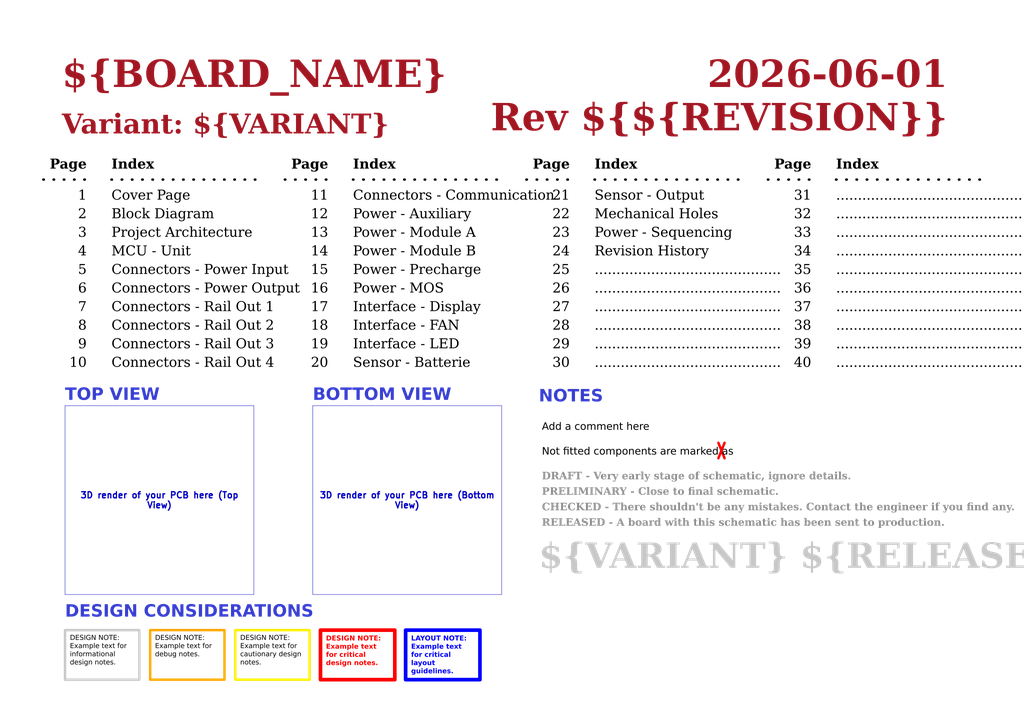
<source format=kicad_sch>
(kicad_sch (version 20230121) (generator eeschema)
  (paper "A3")
  (title_block (title "Cover Page") (date "Last Modified Date") (rev "${REVISION}") (company "${COMPANY}"))
  (lib_symbols)
  (polyline (pts (xy 215.9 73.66) (xy 233.68 73.66)) (stroke (width 1) (type dot) (color 0 0 0 1)))
  (polyline (pts (xy 297.18 181.61) (xy 294.64 187.96)) (stroke (width 1) (color 255 0 0 1)))
  (polyline (pts (xy 45.72 73.66) (xy 106.68 73.66)) (stroke (width 1) (type dot) (color 0 0 0 1)))
  (polyline (pts (xy 342.9 73.66) (xy 403.86 73.66)) (stroke (width 1) (type dot) (color 0 0 0 1)))
  (polyline (pts (xy 243.84 73.66) (xy 304.8 73.66)) (stroke (width 1) (type dot) (color 0 0 0 1)))
  (polyline (pts (xy 116.84 73.66) (xy 134.62 73.66)) (stroke (width 1) (type dot) (color 0 0 0 1)))
  (polyline (pts (xy 17.78 73.66) (xy 35.56 73.66)) (stroke (width 1) (type dot) (color 0 0 0 1)))
  (polyline (pts (xy 294.64 181.61) (xy 297.18 187.96)) (stroke (width 1) (color 255 0 0 1)))
  (polyline (pts (xy 144.78 73.66) (xy 205.74 73.66)) (stroke (width 1) (type dot) (color 0 0 0 1)))
  (polyline (pts (xy 314.96 73.66) (xy 332.74 73.66)) (stroke (width 1) (type dot) (color 0 0 0 1)))
  (text_box "3D render of your PCB here (Bottom View)" (at 128.27 166.37 0) (size 77.47 77.47) (effects (font (size 2.54 2.54) (thickness 0.508) bold)))
  (text_box "3D render of your PCB here (Top View)" (at 26.67 166.37 0) (size 77.47 77.47) (effects (font (size 2.54 2.54) (thickness 0.508) bold)))
  (text_box "Metadata can be set in File → Schematic Setup → Project → Text Variables" (at 8.89 300.99 0) (size 119.38 6.35) (stroke (width -0.0001)) (effects (font (size 2.54 2.54) (thickness 0.381) bold) (justify right top)))
  (text_box "DESIGN NOTE:\nExample text for informational design notes." (at 26.67 258.445 0) (size 30.48 20.32) (stroke (width 1) (color 200 200 200 1)) (effects (font (size 2 2)) (justify left top)))
  (text_box "LAYOUT NOTE:\nExample text for critical layout guidelines." (at 166.37 258.445 0) (size 30.48 20.32) (stroke (width 1.5) (color 0 0 255 1)) (effects (font (size 2 2) (thickness 0.4) bold) (justify left top)))
  (text_box "DESIGN NOTE:\nExample text for cautionary design notes." (at 96.52 258.445 0) (size 30.48 20.32) (stroke (width 1) (color 250 236 0 1)) (effects (font (size 2 2)) (justify left top)))
  (text_box "DESIGN NOTE:\nExample text for debug notes." (at 61.595 258.445 0) (size 30.48 20.32) (stroke (width 1) (color 255 165 0 1)) (effects (font (size 2 2)) (justify left top)))
  (text_box "DESIGN NOTE:\nExample text for critical design notes." (at 131.445 258.445 0) (size 30.48 20.32) (stroke (width 1.5) (color 255 0 0 1)) (effects (font (size 2 2) (thickness 0.4) bold) (justify left top)))
  (text "9" (at 35.56 144.78 0) (effects (font (size 4 4)) (justify right bottom)))
  (text "BOTTOM VIEW" (at 128.27 166.37 0) (effects (font (size 5 5) bold) (justify left bottom)))
  (text "Power - Sequencing" (at 243.84 99.06 0) (effects (font (size 4 4)) (justify left bottom)))
  (text "13" (at 134.62 99.06 0) (effects (font (size 4 4)) (justify right bottom)))
  (text "RELEASED - A board with this schematic has been sent to production." (at 222.25 217.17 0) (effects (font (size 3 3) (thickness 0.6) bold) (justify left bottom)))
  (text "Page" (at 332.74 71.12 0) (effects (font (size 4 4) bold) (justify right bottom)))
  (text "TOP VIEW" (at 26.67 166.37 0) (effects (font (size 5 5) bold) (justify left bottom)))
  (text "3" (at 35.56 99.06 0) (effects (font (size 4 4)) (justify right bottom)))
  (text "38" (at 332.74 137.16 0) (effects (font (size 4 4)) (justify right bottom)))
  (text "Connectors - Rail Out 4\n" (at 45.72 152.4 0) (effects (font (size 4 4)) (justify left bottom)))
  (text "Connectors - Rail Out 3" (at 45.72 144.78 0) (effects (font (size 4 4)) (justify left bottom)))
  (text "Connectors - Rail Out 2\n" (at 45.72 137.16 0) (effects (font (size 4 4)) (justify left bottom)))
  (text "Power - MOS" (at 144.78 121.92 0) (effects (font (size 4 4)) (justify left bottom)))
  (text "1" (at 35.56 83.82 0) (effects (font (size 4 4)) (justify right bottom)))
  (text "Not fitted components are marked as" (at 222.25 187.96 0) (effects (font (size 3 3)) (justify left bottom)))
  (text "..........................................." (at 243.84 152.4 0) (effects (font (size 4 4)) (justify left bottom)))
  (text "Index" (at 45.72 71.12 0) (effects (font (size 4 4) bold) (justify left bottom)))
  (text "Power - Module A" (at 144.78 99.06 0) (effects (font (size 4 4)) (justify left bottom)))
  (text "Index" (at 144.78 71.12 0) (effects (font (size 4 4) bold) (justify left bottom)))
  (text "27" (at 233.68 129.54 0) (effects (font (size 4 4)) (justify right bottom)))
  (text "15" (at 134.62 114.3 0) (effects (font (size 4 4)) (justify right bottom)))
  (text "6" (at 35.56 121.92 0) (effects (font (size 4 4)) (justify right bottom)))
  (text "PRELIMINARY - Close to final schematic." (at 222.25 204.47 0) (effects (font (size 3 3) (thickness 0.6) bold) (justify left bottom)))
  (text "24" (at 233.68 106.68 0) (effects (font (size 4 4)) (justify right bottom)))
  (text "${VARIANT} ${RELEASE_DATE}" (at 220.98 237.49 0) (effects (font (size 10.16 10.16) (thickness 0.6) bold) (justify left bottom)))
  (text "Page" (at 35.56 71.12 0) (effects (font (size 4 4) bold) (justify right bottom)))
  (text "MCU - Unit" (at 45.72 106.68 0) (effects (font (size 4 4)) (justify left bottom)))
  (text "..........................................." (at 243.84 129.54 0) (effects (font (size 4 4)) (justify left bottom)))
  (text "8" (at 35.56 137.16 0) (effects (font (size 4 4)) (justify right bottom)))
  (text "14" (at 134.62 106.68 0) (effects (font (size 4 4)) (justify right bottom)))
  (text "..........................................." (at 342.9 137.16 0) (effects (font (size 4 4)) (justify left bottom)))
  (text "..........................................." (at 342.9 152.4 0) (effects (font (size 4 4)) (justify left bottom)))
  (text "23" (at 233.68 99.06 0) (effects (font (size 4 4)) (justify right bottom)))
  (text "Index" (at 243.84 71.12 0) (effects (font (size 4 4) bold) (justify left bottom)))
  (text "..........................................." (at 342.9 91.44 0) (effects (font (size 4 4)) (justify left bottom)))
  (text "5" (at 35.56 114.3 0) (effects (font (size 4 4)) (justify right bottom)))
  (text "${CURRENT_DATE}" (at 388.62 40.64 0) (effects (font (size 11 11) (thickness 1) bold) (justify right bottom)))
  (text "26" (at 233.68 121.92 0) (effects (font (size 4 4)) (justify right bottom)))
  (text "16" (at 134.62 121.92 0) (effects (font (size 4 4)) (justify right bottom)))
  (text "10" (at 35.56 152.4 0) (effects (font (size 4 4)) (justify right bottom)))
  (text "35" (at 332.74 114.3 0) (effects (font (size 4 4)) (justify right bottom)))
  (text "18" (at 134.62 137.16 0) (effects (font (size 4 4)) (justify right bottom)))
  (text "33" (at 332.74 99.06 0) (effects (font (size 4 4)) (justify right bottom)))
  (text "Variant: ${VARIANT}" (at 25.4 58.42 0) (effects (font (size 8 8) (thickness 1) bold) (justify left bottom)))
  (text "4" (at 35.56 106.68 0) (effects (font (size 4 4)) (justify right bottom)))
  (text "11" (at 134.62 83.82 0) (effects (font (size 4 4)) (justify right bottom)))
  (text "Rev ${REVISION}" (at 388.62 58.42 0) (effects (font (size 11 11) (thickness 1) bold) (justify right bottom)))
  (text "Revision History" (at 243.84 106.68 0) (effects (font (size 4 4)) (justify left bottom)))
  (text "28" (at 233.68 137.16 0) (effects (font (size 4 4)) (justify right bottom)))
  (text "..........................................." (at 243.84 144.78 0) (effects (font (size 4 4)) (justify left bottom)))
  (text "Mechanical Holes" (at 243.84 91.44 0) (effects (font (size 4 4)) (justify left bottom)))
  (text "..........................................." (at 342.9 144.78 0) (effects (font (size 4 4)) (justify left bottom)))
  (text "Connectors - Power Input" (at 45.72 114.3 0) (effects (font (size 4 4)) (justify left bottom)))
  (text "Page" (at 233.68 71.12 0) (effects (font (size 4 4) bold) (justify right bottom)))
  (text "Interface - LED" (at 144.78 144.78 0) (effects (font (size 4 4)) (justify left bottom)))
  (text "Connectors - Communication" (at 144.78 83.82 0) (effects (font (size 4 4)) (justify left bottom)))
  (text "Interface - Display" (at 144.78 129.54 0) (effects (font (size 4 4)) (justify left bottom)))
  (text "31" (at 332.74 83.82 0) (effects (font (size 4 4)) (justify right bottom)))
  (text "36" (at 332.74 121.92 0) (effects (font (size 4 4)) (justify right bottom)))
  (text "..........................................." (at 243.84 137.16 0) (effects (font (size 4 4)) (justify left bottom)))
  (text "22" (at 233.68 91.44 0) (effects (font (size 4 4)) (justify right bottom)))
  (text "Power - Precharge" (at 144.78 114.3 0) (effects (font (size 4 4)) (justify left bottom)))
  (text "..........................................." (at 342.9 83.82 0) (effects (font (size 4 4)) (justify left bottom)))
  (text "25" (at 233.68 114.3 0) (effects (font (size 4 4)) (justify right bottom)))
  (text "${BOARD_NAME}" (at 25.4 40.64 0) (effects (font (size 11 11) (thickness 1) bold) (justify left bottom)))
  (text "..........................................." (at 243.84 121.92 0) (effects (font (size 4 4)) (justify left bottom)))
  (text "..........................................." (at 342.9 106.68 0) (effects (font (size 4 4)) (justify left bottom)))
  (text "37" (at 332.74 129.54 0) (effects (font (size 4 4)) (justify right bottom)))
  (text "Page" (at 134.62 71.12 0) (effects (font (size 4 4) bold) (justify right bottom)))
  (text "DRAFT - Very early stage of schematic, ignore details." (at 222.25 198.12 0) (effects (font (size 3 3) (thickness 0.6) bold) (justify left bottom)))
  (text "Power - Module B" (at 144.78 106.68 0) (effects (font (size 4 4)) (justify left bottom)))
  (text "Index" (at 342.9 71.12 0) (effects (font (size 4 4) bold) (justify left bottom)))
  (text "Connectors - Power Output" (at 45.72 121.92 0) (effects (font (size 4 4)) (justify left bottom)))
  (text "..........................................." (at 342.9 121.92 0) (effects (font (size 4 4)) (justify left bottom)))
  (text "..........................................." (at 342.9 114.3 0) (effects (font (size 4 4)) (justify left bottom)))
  (text "Block Diagram" (at 45.72 91.44 0) (effects (font (size 4 4)) (justify left bottom)))
  (text "19" (at 134.62 144.78 0) (effects (font (size 4 4)) (justify right bottom)))
  (text "30" (at 233.68 152.4 0) (effects (font (size 4 4)) (justify right bottom)))
  (text "7" (at 35.56 129.54 0) (effects (font (size 4 4)) (justify right bottom)))
  (text "..........................................." (at 243.84 114.3 0) (effects (font (size 4 4)) (justify left bottom)))
  (text "12" (at 134.62 91.44 0) (effects (font (size 4 4)) (justify right bottom)))
  (text "21" (at 233.68 83.82 0) (effects (font (size 4 4)) (justify right bottom)))
  (text "Add a comment here" (at 222.25 177.8 0) (effects (font (size 3 3)) (justify left bottom)))
  (text "2" (at 35.56 91.44 0) (effects (font (size 4 4)) (justify right bottom)))
  (text "39" (at 332.74 144.78 0) (effects (font (size 4 4)) (justify right bottom)))
  (text "Interface - FAN" (at 144.78 137.16 0) (effects (font (size 4 4)) (justify left bottom)))
  (text "..........................................." (at 342.9 99.06 0) (effects (font (size 4 4)) (justify left bottom)))
  (text "Sensor - Batterie" (at 144.78 152.4 0) (effects (font (size 4 4)) (justify left bottom)))
  (text "34" (at 332.74 106.68 0) (effects (font (size 4 4)) (justify right bottom)))
  (text "29" (at 233.68 144.78 0) (effects (font (size 4 4)) (justify right bottom)))
  (text "Cover Page" (at 45.72 83.82 0) (effects (font (size 4 4)) (justify left bottom)))
  (text "NOTES" (at 220.98 167.005 0) (effects (font (size 5 5) bold) (justify left bottom)))
  (text "Power - Auxiliary" (at 144.78 91.44 0) (effects (font (size 4 4)) (justify left bottom)))
  (text "Project Architecture" (at 45.72 99.06 0) (effects (font (size 4 4)) (justify left bottom)))
  (text "CHECKED - There shouldn't be any mistakes. Contact the engineer if you find any." (at 222.25 210.82 0) (effects (font (size 3 3) (thickness 0.6) bold) (justify left bottom)))
  (text "Sensor - Output" (at 243.84 83.82 0) (effects (font (size 4 4)) (justify left bottom)))
  (text "20" (at 134.62 152.4 0) (effects (font (size 4 4)) (justify right bottom)))
  (text "32" (at 332.74 91.44 0) (effects (font (size 4 4)) (justify right bottom)))
  (text "..........................................." (at 342.9 129.54 0) (effects (font (size 4 4)) (justify left bottom)))
  (text "DESIGN CONSIDERATIONS" (at 26.67 255.27 0) (effects (font (size 5 5) bold) (justify left bottom)))
  (text "40" (at 332.74 152.4 0) (effects (font (size 4 4)) (justify right bottom)))
  (text "Connectors - Rail Out 1" (at 45.72 129.54 0) (effects (font (size 4 4)) (justify left bottom)))
  (text "17" (at 134.62 129.54 0) (effects (font (size 4 4)) (justify right bottom)))
  (sheet (at 340.36 313.69) (size 35.56 5.08) (stroke (width 0.1524))
    (property "Sheetname" "Power - Sequencing" (at 340.36 312.6609 0) (effects (font (size 1.905 1.905) bold) (justify left bottom)))
    (property "Sheetfile" "Power - Sequencing.kicad_sch" (at 341.63 314.96 0) (effects (justify left top)))
  )
  (sheet (at 299.72 302.26) (size 35.56 5.08) (stroke (width 0.1524))
    (property "Sheetname" "Block Diagram" (at 299.72 301.2309 0) (effects (font (size 1.905 1.905) bold) (justify left bottom)))
    (property "Sheetfile" "Block Diagram.kicad_sch" (at 300.99 303.53 0) (effects (justify left top)))
  )
  (sheet (at 340.36 302.26) (size 35.56 5.08)
    (property "Sheetname" "Revision History" (at 340.36 300.99 0) (effects (font (size 1.905 1.905) bold) (justify left bottom)))
    (property "Sheetfile" "Revision History.kicad_sch" (at 340.995 303.53 0) (effects (justify left top)))
  )
  (sheet (at 299.72 313.69) (size 35.56 5.08) (stroke (width 0.1524))
    (property "Sheetname" "Project Architecture" (at 299.72 312.6609 0) (effects (font (size 1.905 1.905) bold) (justify left bottom)))
    (property "Sheetfile" "Project Architecture.kicad_sch" (at 300.99 314.96 0) (effects (justify left top)))
  )
)
</source>
